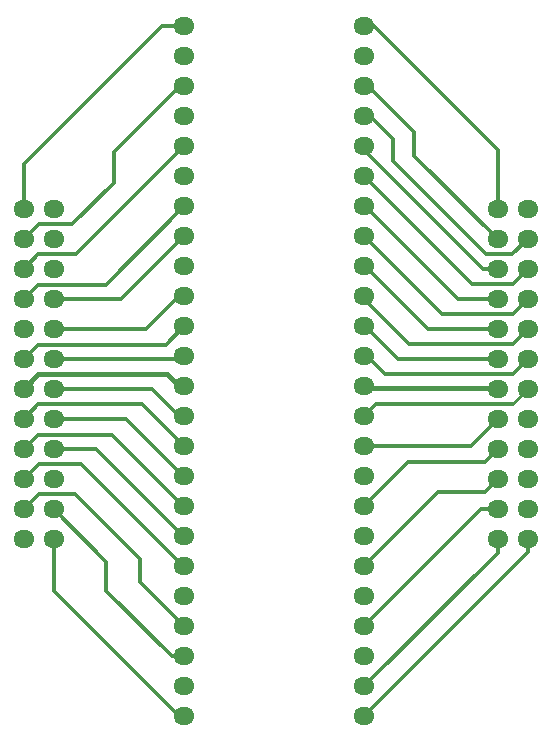
<source format=gbr>
%TF.GenerationSoftware,KiCad,Pcbnew,(6.0.1)*%
%TF.CreationDate,2022-07-28T18:23:26-07:00*%
%TF.ProjectId,2x2x12-idc-to-dip48,32783278-3132-42d6-9964-632d746f2d64,rev?*%
%TF.SameCoordinates,Original*%
%TF.FileFunction,Copper,L2,Bot*%
%TF.FilePolarity,Positive*%
%FSLAX46Y46*%
G04 Gerber Fmt 4.6, Leading zero omitted, Abs format (unit mm)*
G04 Created by KiCad (PCBNEW (6.0.1)) date 2022-07-28 18:23:26*
%MOMM*%
%LPD*%
G01*
G04 APERTURE LIST*
%TA.AperFunction,ComponentPad*%
%ADD10O,1.778000X1.524000*%
%TD*%
%TA.AperFunction,Conductor*%
%ADD11C,0.300000*%
%TD*%
%TA.AperFunction,Conductor*%
%ADD12C,0.400000*%
%TD*%
%TA.AperFunction,Conductor*%
%ADD13C,0.250000*%
%TD*%
G04 APERTURE END LIST*
D10*
%TO.P,P2,1,Pin_1*%
%TO.N,/TSOP_1*%
X90589100Y-87731600D03*
%TO.P,P2,2,Pin_2*%
%TO.N,/TSOP_2*%
X93129100Y-87731600D03*
%TO.P,P2,3,Pin_3*%
%TO.N,/TSOP_3*%
X90589100Y-90271600D03*
%TO.P,P2,4,Pin_4*%
%TO.N,/TSOP_4*%
X93129100Y-90271600D03*
%TO.P,P2,5,Pin_5*%
%TO.N,/TSOP_5*%
X90589100Y-92811600D03*
%TO.P,P2,6,Pin_6*%
%TO.N,/TSOP_6*%
X93129100Y-92811600D03*
%TO.P,P2,7,Pin_7*%
%TO.N,/TSOP_7*%
X90589100Y-95351600D03*
%TO.P,P2,8,Pin_8*%
%TO.N,/TSOP_8*%
X93129100Y-95351600D03*
%TO.P,P2,9,Pin_9*%
%TO.N,/TSOP_9*%
X90589100Y-97891600D03*
%TO.P,P2,10,Pin_10*%
%TO.N,/TSOP_10*%
X93129100Y-97891600D03*
%TO.P,P2,11,Pin_11*%
%TO.N,/TSOP_11*%
X90589100Y-100431600D03*
%TO.P,P2,12,Pin_12*%
%TO.N,/TSOP_12*%
X93129100Y-100431600D03*
%TO.P,P2,13,Pin_13*%
%TO.N,/TSOP_13*%
X90589100Y-102971600D03*
%TO.P,P2,14,Pin_14*%
%TO.N,/TSOP_14*%
X93129100Y-102971600D03*
%TO.P,P2,15,Pin_15*%
%TO.N,/TSOP_15*%
X90589100Y-105511600D03*
%TO.P,P2,16,Pin_16*%
%TO.N,/TSOP_16*%
X93129100Y-105511600D03*
%TO.P,P2,17,Pin_17*%
%TO.N,/TSOP_17*%
X90589100Y-108051600D03*
%TO.P,P2,18,Pin_18*%
%TO.N,/TSOP_18*%
X93129100Y-108051600D03*
%TO.P,P2,19,Pin_19*%
%TO.N,/TSOP_19*%
X90589100Y-110591600D03*
%TO.P,P2,20,Pin_20*%
%TO.N,/TSOP_20*%
X93129100Y-110591600D03*
%TO.P,P2,21,Pin_21*%
%TO.N,/TSOP_21*%
X90589100Y-113131600D03*
%TO.P,P2,22,Pin_22*%
%TO.N,/TSOP_22*%
X93129100Y-113131600D03*
%TO.P,P2,23,Pin_23*%
%TO.N,/TSOP_23*%
X90589100Y-115671600D03*
%TO.P,P2,24,Pin_24*%
%TO.N,/TSOP_24*%
X93129100Y-115671600D03*
%TD*%
%TO.P,P3,1,Pin_1*%
%TO.N,/TSOP_25*%
X133261100Y-115671600D03*
%TO.P,P3,2,Pin_2*%
%TO.N,/TSOP_26*%
X130721100Y-115671600D03*
%TO.P,P3,3,Pin_3*%
%TO.N,/TSOP_27*%
X133261100Y-113131600D03*
%TO.P,P3,4,Pin_4*%
%TO.N,/TSOP_28*%
X130721100Y-113131600D03*
%TO.P,P3,5,Pin_5*%
%TO.N,/TSOP_29*%
X133261100Y-110591600D03*
%TO.P,P3,6,Pin_6*%
%TO.N,/TSOP_30*%
X130721100Y-110591600D03*
%TO.P,P3,7,Pin_7*%
%TO.N,/TSOP_31*%
X133261100Y-108051600D03*
%TO.P,P3,8,Pin_8*%
%TO.N,/TSOP_32*%
X130721100Y-108051600D03*
%TO.P,P3,9,Pin_9*%
%TO.N,/TSOP_33*%
X133261100Y-105511600D03*
%TO.P,P3,10,Pin_10*%
%TO.N,/TSOP_34*%
X130721100Y-105511600D03*
%TO.P,P3,11,Pin_11*%
%TO.N,/TSOP_35*%
X133261100Y-102971600D03*
%TO.P,P3,12,Pin_12*%
%TO.N,/TSOP_36*%
X130721100Y-102971600D03*
%TO.P,P3,13,Pin_13*%
%TO.N,/TSOP_37*%
X133261100Y-100431600D03*
%TO.P,P3,14,Pin_14*%
%TO.N,/TSOP_38*%
X130721100Y-100431600D03*
%TO.P,P3,15,Pin_15*%
%TO.N,/TSOP_39*%
X133261100Y-97891600D03*
%TO.P,P3,16,Pin_16*%
%TO.N,/TSOP_40*%
X130721100Y-97891600D03*
%TO.P,P3,17,Pin_17*%
%TO.N,/TSOP_41*%
X133261100Y-95351600D03*
%TO.P,P3,18,Pin_18*%
%TO.N,/TSOP_42*%
X130721100Y-95351600D03*
%TO.P,P3,19,Pin_19*%
%TO.N,/TSOP_43*%
X133261100Y-92811600D03*
%TO.P,P3,20,Pin_20*%
%TO.N,/TSOP_44*%
X130721100Y-92811600D03*
%TO.P,P3,21,Pin_21*%
%TO.N,/TSOP_45*%
X133261100Y-90271600D03*
%TO.P,P3,22,Pin_22*%
%TO.N,/TSOP_46*%
X130721100Y-90271600D03*
%TO.P,P3,23,Pin_23*%
%TO.N,/TSOP_47*%
X133261100Y-87731600D03*
%TO.P,P3,24,Pin_24*%
%TO.N,/TSOP_48*%
X130721100Y-87731600D03*
%TD*%
%TO.P,P1,1,Pin_1*%
%TO.N,/TSOP_1*%
X104181000Y-72238700D03*
%TO.P,P1,2,Pin_2*%
%TO.N,/TSOP_2*%
X104181000Y-74778700D03*
%TO.P,P1,3,Pin_3*%
%TO.N,/TSOP_3*%
X104181000Y-77318700D03*
%TO.P,P1,4,Pin_4*%
%TO.N,/TSOP_4*%
X104181000Y-79858700D03*
%TO.P,P1,5,Pin_5*%
%TO.N,/TSOP_5*%
X104181000Y-82398700D03*
%TO.P,P1,6,Pin_6*%
%TO.N,/TSOP_6*%
X104181000Y-84938700D03*
%TO.P,P1,7,Pin_7*%
%TO.N,/TSOP_7*%
X104181000Y-87478700D03*
%TO.P,P1,8,Pin_8*%
%TO.N,/TSOP_8*%
X104181000Y-90018700D03*
%TO.P,P1,9,Pin_9*%
%TO.N,/TSOP_9*%
X104181000Y-92558700D03*
%TO.P,P1,10,Pin_10*%
%TO.N,/TSOP_10*%
X104181000Y-95098700D03*
%TO.P,P1,11,Pin_11*%
%TO.N,/TSOP_11*%
X104181000Y-97638700D03*
%TO.P,P1,12,Pin_12*%
%TO.N,/TSOP_12*%
X104181000Y-100178700D03*
%TO.P,P1,13,Pin_13*%
%TO.N,/TSOP_13*%
X104181000Y-102718700D03*
%TO.P,P1,14,Pin_14*%
%TO.N,/TSOP_14*%
X104181000Y-105258700D03*
%TO.P,P1,15,Pin_15*%
%TO.N,/TSOP_15*%
X104181000Y-107798700D03*
%TO.P,P1,16,Pin_16*%
%TO.N,/TSOP_16*%
X104181000Y-110338700D03*
%TO.P,P1,17,Pin_17*%
%TO.N,/TSOP_17*%
X104181000Y-112878700D03*
%TO.P,P1,18,Pin_18*%
%TO.N,/TSOP_18*%
X104181000Y-115418700D03*
%TO.P,P1,19,Pin_19*%
%TO.N,/TSOP_19*%
X104181000Y-117958700D03*
%TO.P,P1,20,Pin_20*%
%TO.N,/TSOP_20*%
X104181000Y-120498700D03*
%TO.P,P1,21,Pin_21*%
%TO.N,/TSOP_21*%
X104181000Y-123038700D03*
%TO.P,P1,22,Pin_22*%
%TO.N,/TSOP_22*%
X104181000Y-125578700D03*
%TO.P,P1,23,Pin_23*%
%TO.N,/TSOP_23*%
X104181000Y-128118700D03*
%TO.P,P1,24,Pin_24*%
%TO.N,/TSOP_24*%
X104181000Y-130658700D03*
%TO.P,P1,25,Pin_25*%
%TO.N,/TSOP_25*%
X119421000Y-130658700D03*
%TO.P,P1,26,Pin_26*%
%TO.N,/TSOP_26*%
X119421000Y-128118700D03*
%TO.P,P1,27,Pin_27*%
%TO.N,/TSOP_27*%
X119421000Y-125578700D03*
%TO.P,P1,28,Pin_28*%
%TO.N,/TSOP_28*%
X119421000Y-123038700D03*
%TO.P,P1,29,Pin_29*%
%TO.N,/TSOP_29*%
X119421000Y-120498700D03*
%TO.P,P1,30,Pin_30*%
%TO.N,/TSOP_30*%
X119421000Y-117958700D03*
%TO.P,P1,31,Pin_31*%
%TO.N,/TSOP_31*%
X119421000Y-115418700D03*
%TO.P,P1,32,Pin_32*%
%TO.N,/TSOP_32*%
X119421000Y-112878700D03*
%TO.P,P1,33,Pin_33*%
%TO.N,/TSOP_33*%
X119421000Y-110338700D03*
%TO.P,P1,34,Pin_34*%
%TO.N,/TSOP_34*%
X119421000Y-107798700D03*
%TO.P,P1,35,Pin_35*%
%TO.N,/TSOP_35*%
X119421000Y-105258700D03*
%TO.P,P1,36,Pin_36*%
%TO.N,/TSOP_36*%
X119421000Y-102718700D03*
%TO.P,P1,37,Pin_37*%
%TO.N,/TSOP_37*%
X119421000Y-100178700D03*
%TO.P,P1,38,Pin_38*%
%TO.N,/TSOP_38*%
X119421000Y-97638700D03*
%TO.P,P1,39,Pin_39*%
%TO.N,/TSOP_39*%
X119421000Y-95098700D03*
%TO.P,P1,40,Pin_40*%
%TO.N,/TSOP_40*%
X119421000Y-92558700D03*
%TO.P,P1,41,Pin_41*%
%TO.N,/TSOP_41*%
X119421000Y-90018700D03*
%TO.P,P1,42,Pin_42*%
%TO.N,/TSOP_42*%
X119421000Y-87478700D03*
%TO.P,P1,43,Pin_43*%
%TO.N,/TSOP_43*%
X119421000Y-84938700D03*
%TO.P,P1,44,Pin_44*%
%TO.N,/TSOP_44*%
X119421000Y-82398700D03*
%TO.P,P1,45,Pin_45*%
%TO.N,/TSOP_45*%
X119421000Y-79858700D03*
%TO.P,P1,46,Pin_46*%
%TO.N,/TSOP_46*%
X119421000Y-77318700D03*
%TO.P,P1,47,Pin_47*%
%TO.N,/TSOP_47*%
X119421000Y-74778700D03*
%TO.P,P1,48,Pin_48*%
%TO.N,/TSOP_48*%
X119421000Y-72238700D03*
%TD*%
D11*
%TO.N,/TSOP_48*%
X130721100Y-87731600D02*
X130721100Y-82723600D01*
X130721100Y-82723600D02*
X120236200Y-72238700D01*
X120236200Y-72238700D02*
X119421000Y-72238700D01*
%TO.N,/TSOP_46*%
X123651100Y-81203600D02*
X119766200Y-77318700D01*
X123651100Y-83201600D02*
X123651100Y-81203600D01*
X119766200Y-77318700D02*
X119421000Y-77318700D01*
X130721100Y-90271600D02*
X123651100Y-83201600D01*
%TO.N,/TSOP_45*%
X119956200Y-79858700D02*
X119421000Y-79858700D01*
X121851100Y-81753600D02*
X119956200Y-79858700D01*
X129751100Y-91553600D02*
X121851100Y-83653600D01*
X131979100Y-91553600D02*
X129751100Y-91553600D01*
X133261100Y-90271600D02*
X131979100Y-91553600D01*
X121851100Y-83653600D02*
X121851100Y-81753600D01*
%TO.N,/TSOP_44*%
X119421000Y-82725800D02*
X119421000Y-82398700D01*
X129506800Y-92811600D02*
X119421000Y-82725800D01*
X130721100Y-92811600D02*
X129506800Y-92811600D01*
%TO.N,/TSOP_43*%
X128535900Y-94053600D02*
X119421000Y-84938700D01*
X132019100Y-94053600D02*
X128535900Y-94053600D01*
X133261100Y-92811600D02*
X132019100Y-94053600D01*
%TO.N,/TSOP_42*%
X127370700Y-95351600D02*
X119497800Y-87478700D01*
X130721100Y-95351600D02*
X127370700Y-95351600D01*
X119497800Y-87478700D02*
X119421000Y-87478700D01*
%TO.N,/TSOP_41*%
X133261100Y-95351600D02*
X132009100Y-96603600D01*
X126005900Y-96603600D02*
X119421000Y-90018700D01*
X132009100Y-96603600D02*
X126005900Y-96603600D01*
%TO.N,/TSOP_40*%
X119497800Y-92558700D02*
X119421000Y-92558700D01*
X124830700Y-97891600D02*
X119497800Y-92558700D01*
X130721100Y-97891600D02*
X124830700Y-97891600D01*
%TO.N,/TSOP_39*%
X123212400Y-99153600D02*
X119421000Y-95362200D01*
X133261100Y-97891600D02*
X131999100Y-99153600D01*
X119421000Y-95362200D02*
X119421000Y-95098700D01*
X131999100Y-99153600D02*
X123212400Y-99153600D01*
%TO.N,/TSOP_38*%
X122290700Y-100431600D02*
X119497800Y-97638700D01*
X130721100Y-100431600D02*
X122290700Y-100431600D01*
X119497800Y-97638700D02*
X119421000Y-97638700D01*
%TO.N,/TSOP_37*%
X131989100Y-101703600D02*
X121151100Y-101703600D01*
X119626200Y-100178700D02*
X119421000Y-100178700D01*
X121151100Y-101703600D02*
X119626200Y-100178700D01*
X133261100Y-100431600D02*
X131989100Y-101703600D01*
D12*
%TO.N,/TSOP_36*%
X119605900Y-102903600D02*
X119421000Y-102718700D01*
D13*
X130721100Y-102971600D02*
X130468200Y-102718700D01*
D12*
X130283300Y-102903600D02*
X119605900Y-102903600D01*
X130468200Y-102718700D02*
X130283300Y-102903600D01*
D11*
%TO.N,/TSOP_35*%
X120426100Y-104253600D02*
X119421000Y-105258700D01*
X131979100Y-104253600D02*
X120426100Y-104253600D01*
D13*
X133261100Y-102971600D02*
X131979100Y-104253600D01*
D11*
%TO.N,/TSOP_34*%
X130721100Y-105511600D02*
X128434000Y-107798700D01*
X128434000Y-107798700D02*
X119421000Y-107798700D01*
%TO.N,/TSOP_32*%
X123160800Y-109138900D02*
X119421000Y-112878700D01*
X129633800Y-109138900D02*
X123160800Y-109138900D01*
X130721100Y-108051600D02*
X129633800Y-109138900D01*
%TO.N,/TSOP_30*%
X130721100Y-110591600D02*
X129633800Y-111678900D01*
X125700800Y-111678900D02*
X119421000Y-117958700D01*
X129633800Y-111678900D02*
X125700800Y-111678900D01*
%TO.N,/TSOP_28*%
X129328100Y-113131600D02*
X119421000Y-123038700D01*
X130721100Y-113131600D02*
X129328100Y-113131600D01*
%TO.N,/TSOP_26*%
X130721100Y-116818600D02*
X119421000Y-128118700D01*
X130721100Y-115671600D02*
X130721100Y-116818600D01*
%TO.N,/TSOP_25*%
X119421000Y-130599000D02*
X119421000Y-130658700D01*
X133261100Y-116758900D02*
X119421000Y-130599000D01*
X133261100Y-115671600D02*
X133261100Y-116758900D01*
%TO.N,/TSOP_24*%
X93129100Y-120031600D02*
X103756200Y-130658700D01*
X103756200Y-130658700D02*
X104181000Y-130658700D01*
X93129100Y-115671600D02*
X93129100Y-120031600D01*
%TO.N,/TSOP_22*%
X97601100Y-117603600D02*
X97601100Y-120053600D01*
X93129100Y-113131600D02*
X97601100Y-117603600D01*
X97601100Y-120053600D02*
X103126200Y-125578700D01*
X103126200Y-125578700D02*
X104181000Y-125578700D01*
%TO.N,/TSOP_21*%
X100401100Y-119258800D02*
X104181000Y-123038700D01*
X94951100Y-111853600D02*
X100401100Y-117303600D01*
X100401100Y-117303600D02*
X100401100Y-119258800D01*
X91867100Y-111853600D02*
X94951100Y-111853600D01*
X90589100Y-113131600D02*
X91867100Y-111853600D01*
%TO.N,/TSOP_19*%
X95449100Y-109303600D02*
X104104200Y-117958700D01*
X104104200Y-117958700D02*
X104181000Y-117958700D01*
X90589100Y-110591600D02*
X91877100Y-109303600D01*
X91877100Y-109303600D02*
X95449100Y-109303600D01*
%TO.N,/TSOP_18*%
X104104200Y-115418700D02*
X104181000Y-115418700D01*
X96737100Y-108051600D02*
X104104200Y-115418700D01*
X93129100Y-108051600D02*
X96737100Y-108051600D01*
%TO.N,/TSOP_17*%
X98029100Y-106803600D02*
X104104200Y-112878700D01*
X104104200Y-112878700D02*
X104181000Y-112878700D01*
X91837100Y-106803600D02*
X98029100Y-106803600D01*
X90589100Y-108051600D02*
X91837100Y-106803600D01*
%TO.N,/TSOP_16*%
X104104200Y-110338700D02*
X104181000Y-110338700D01*
X93129100Y-105511600D02*
X99277100Y-105511600D01*
X99277100Y-105511600D02*
X104104200Y-110338700D01*
%TO.N,/TSOP_15*%
X90589100Y-105511600D02*
X91847100Y-104253600D01*
X100635900Y-104253600D02*
X104181000Y-107798700D01*
X91847100Y-104253600D02*
X100635900Y-104253600D01*
%TO.N,/TSOP_14*%
X103756200Y-105258700D02*
X104181000Y-105258700D01*
X93129100Y-102971600D02*
X101469100Y-102971600D01*
X101469100Y-102971600D02*
X103756200Y-105258700D01*
D12*
%TO.N,/TSOP_13*%
X91801100Y-101703600D02*
X90589100Y-102915600D01*
X90589100Y-102915600D02*
X90589100Y-102971600D01*
X104181000Y-102718700D02*
X103716200Y-102718700D01*
X103716200Y-102718700D02*
X102701100Y-101703600D01*
X102701100Y-101703600D02*
X91801100Y-101703600D01*
D11*
%TO.N,/TSOP_12*%
X93129100Y-100431600D02*
X103928100Y-100431600D01*
X103928100Y-100431600D02*
X104181000Y-100178700D01*
%TO.N,/TSOP_11*%
X91817100Y-99203600D02*
X102616100Y-99203600D01*
X90589100Y-100431600D02*
X91817100Y-99203600D01*
X102616100Y-99203600D02*
X104181000Y-97638700D01*
%TO.N,/TSOP_10*%
X93129100Y-97891600D02*
X100913100Y-97891600D01*
X100913100Y-97891600D02*
X103706000Y-95098700D01*
X103706000Y-95098700D02*
X104181000Y-95098700D01*
%TO.N,/TSOP_8*%
X98848100Y-95351600D02*
X104181000Y-90018700D01*
X93129100Y-95351600D02*
X98848100Y-95351600D01*
%TO.N,/TSOP_7*%
X90589100Y-95351600D02*
X91837100Y-94103600D01*
X97556100Y-94103600D02*
X104181000Y-87478700D01*
X91837100Y-94103600D02*
X97556100Y-94103600D01*
%TO.N,/TSOP_5*%
X95026100Y-91553600D02*
X104181000Y-82398700D01*
X90589100Y-92811600D02*
X91847100Y-91553600D01*
X91847100Y-91553600D02*
X95026100Y-91553600D01*
%TO.N,/TSOP_3*%
X91857100Y-89003600D02*
X94701100Y-89003600D01*
X90589100Y-90271600D02*
X91857100Y-89003600D01*
X98201100Y-85503600D02*
X98201100Y-82903600D01*
X98201100Y-82903600D02*
X103786000Y-77318700D01*
X103786000Y-77318700D02*
X104181000Y-77318700D01*
X94701100Y-89003600D02*
X98201100Y-85503600D01*
%TO.N,/TSOP_1*%
X104181000Y-72238700D02*
X102266000Y-72238700D01*
X102266000Y-72238700D02*
X90589100Y-83915600D01*
X90589100Y-83915600D02*
X90589100Y-87731600D01*
%TD*%
M02*

</source>
